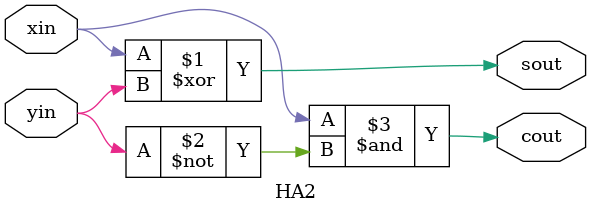
<source format=v>
`timescale 1ns/10ps
module HA2(// input
             xin, 
             yin, 
           
            // output  
             sout, 
             cout
            );
    
   input   xin; 
   input   yin;
   
   output  sout; 
   output  cout;
   
  // sum result
   assign sout = xin ^ yin;

  // carry result 
   assign cout = xin & ~yin;

endmodule
</source>
